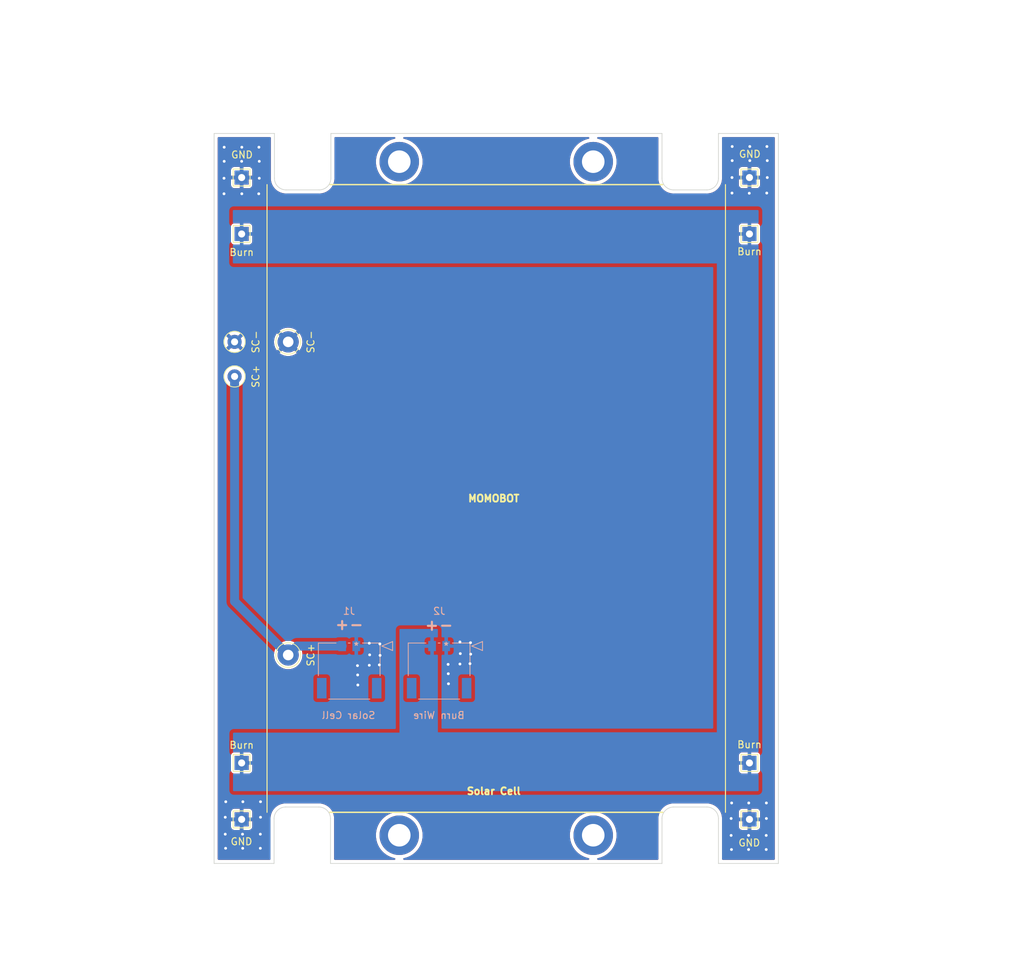
<source format=kicad_pcb>
(kicad_pcb (version 20211014) (generator pcbnew)
  (layers (0 "F.Cu" signal) (31 "B.Cu" signal) (34 "B.Paste" user) (35 "F.Paste" user) (36 "B.SilkS" user "B.Silkscreen") (37 "F.SilkS" user "F.Silkscreen") (38 "B.Mask" user) (39 "F.Mask" user) (44 "Edge.Cuts" user))
  (net 0 "")
  (net 1 "SC+")
  (net 2 "GND")
  (net 3 "BURN")
  (footprint "TestPoint:TestPoint_THTPad_2.0x2.0mm_Drill1.0mm" (layer "F.Cu") (at 148 128)
    (fp_text reference "LowerBurn3")
    (fp_text value "Burn" (at 0 -2.6) (layer "F.SilkS"))
    (fp_line (start 1.2 1.2) (end -1.2 1.2) (layer "F.SilkS") (width 0.12))
    (fp_line (start -1.2 1.2) (end -1.2 -1.2) (layer "F.SilkS") (width 0.12))
    (fp_line (start 1.2 -1.2) (end 1.2 1.2) (layer "F.SilkS") (width 0.12))
    (fp_line (start -1.2 -1.2) (end 1.2 -1.2) (layer "F.SilkS") (width 0.12))
    (pad "1" thru_hole rect (at 0 0) (size 2 2) (drill 1) (layers *.Cu *.Mask) (net 3 "BURN"))
  )
  (footprint "TestPoint:TestPoint_Loop_D1.80mm_Drill1.0mm_Beaded" (layer "F.Cu") (at 75 73.2)
    (fp_text reference "TP1")
    (fp_text value "SC+" (at 3 0 90) (layer "F.SilkS"))
    (fp_circle (center 0 0) (end 1.5 0) (layer "F.SilkS") (width 0.12) (fill none))
    (pad "1" thru_hole circle (at 0 0) (size 2 2) (drill 1) (layers *.Cu *.Mask) (net 1 "SC+"))
  )
  (footprint "MountingHole:MountingHole_3.2mm_M3_DIN965_Pad" (layer "F.Cu") (at 98.35 138.25)
    (fp_text reference "H3")
    (fp_text value "MountingHole")
    (pad "1" thru_hole circle (at 0 0) (size 5.6 5.6) (drill 3.2) (layers *.Cu *.Mask))
  )
  (footprint "TestPoint:TestPoint_THTPad_2.0x2.0mm_Drill1.0mm" (layer "F.Cu") (at 76 136)
    (fp_text reference "LowerBurn2")
    (fp_text value "GND" (at -0.025 3.15) (layer "F.SilkS"))
    (fp_line (start -1.2 -1.2) (end 1.2 -1.2) (layer "F.SilkS") (width 0.12))
    (fp_line (start 1.2 -1.2) (end 1.2 1.2) (layer "F.SilkS") (width 0.12))
    (fp_line (start 1.2 1.2) (end -1.2 1.2) (layer "F.SilkS") (width 0.12))
    (fp_line (start -1.2 1.2) (end -1.2 -1.2) (layer "F.SilkS") (width 0.12))
    (pad "1" thru_hole rect (at 0 0) (size 2 2) (drill 1) (layers *.Cu *.Mask) (net 2 "GND"))
  )
  (footprint "TestPoint:TestPoint_THTPad_D3.0mm_Drill1.5mm" (layer "F.Cu") (at 82.6 112.7)
    (fp_text reference "SC1")
    (fp_text value "SC+" (at 3.2 0 90) (layer "F.SilkS"))
    (fp_circle (center 0 0) (end 0 1.75) (layer "F.SilkS") (width 0.12) (fill none))
    (pad "1" thru_hole circle (at 0 0) (size 3 3) (drill 1.5) (layers *.Cu *.Mask) (net 1 "SC+"))
  )
  (footprint "TestPoint:TestPoint_THTPad_2.0x2.0mm_Drill1.0mm" (layer "F.Cu") (at 148 45)
    (fp_text reference "UpperBurn4")
    (fp_text value "GND" (at 0.05 -3.325) (layer "F.SilkS"))
    (fp_line (start 1.2 1.2) (end -1.2 1.2) (layer "F.SilkS") (width 0.12))
    (fp_line (start -1.2 -1.2) (end 1.2 -1.2) (layer "F.SilkS") (width 0.12))
    (fp_line (start -1.2 1.2) (end -1.2 -1.2) (layer "F.SilkS") (width 0.12))
    (fp_line (start 1.2 -1.2) (end 1.2 1.2) (layer "F.SilkS") (width 0.12))
    (pad "1" thru_hole rect (at 0 0) (size 2 2) (drill 1) (layers *.Cu *.Mask) (net 2 "GND"))
  )
  (footprint "MountingHole:MountingHole_3.2mm_M3_DIN965_Pad" (layer "F.Cu") (at 125.85 138.25)
    (fp_text reference "H4")
    (fp_text value "MountingHole")
    (pad "1" thru_hole circle (at 0 0) (size 5.6 5.6) (drill 3.2) (layers *.Cu *.Mask))
  )
  (footprint "TestPoint:TestPoint_THTPad_2.0x2.0mm_Drill1.0mm" (layer "F.Cu") (at 76 53)
    (fp_text reference "UpperBurn1")
    (fp_text value "Burn" (at 0 2.6) (layer "F.SilkS"))
    (fp_line (start 1.2 1.2) (end -1.2 1.2) (layer "F.SilkS") (width 0.12))
    (fp_line (start -1.2 1.2) (end -1.2 -1.2) (layer "F.SilkS") (width 0.12))
    (fp_line (start 1.2 -1.2) (end 1.2 1.2) (layer "F.SilkS") (width 0.12))
    (fp_line (start -1.2 -1.2) (end 1.2 -1.2) (layer "F.SilkS") (width 0.12))
    (pad "1" thru_hole rect (at 0 0) (size 2 2) (drill 1) (layers *.Cu *.Mask) (net 3 "BURN"))
  )
  (footprint "MountingHole:MountingHole_3.2mm_M3_DIN965_Pad" (layer "F.Cu") (at 125.85 42.75)
    (fp_text reference "H2")
    (fp_text value "MountingHole")
    (pad "1" thru_hole circle (at 0 0) (size 5.6 5.6) (drill 3.2) (layers *.Cu *.Mask))
  )
  (footprint "TestPoint:TestPoint_THTPad_2.0x2.0mm_Drill1.0mm" (layer "F.Cu") (at 76 45)
    (fp_text reference "UpperBurn2")
    (fp_text value "GND" (at 0.05 -3.225) (layer "F.SilkS"))
    (fp_line (start -1.2 1.2) (end -1.2 -1.2) (layer "F.SilkS") (width 0.12))
    (fp_line (start -1.2 -1.2) (end 1.2 -1.2) (layer "F.SilkS") (width 0.12))
    (fp_line (start 1.2 1.2) (end -1.2 1.2) (layer "F.SilkS") (width 0.12))
    (fp_line (start 1.2 -1.2) (end 1.2 1.2) (layer "F.SilkS") (width 0.12))
    (pad "1" thru_hole rect (at 0 0) (size 2 2) (drill 1) (layers *.Cu *.Mask) (net 2 "GND"))
  )
  (footprint "TestPoint:TestPoint_THTPad_2.0x2.0mm_Drill1.0mm" (layer "F.Cu") (at 76 128)
    (fp_text reference "LowerBurn1")
    (fp_text value "Burn" (at 0 -2.525) (layer "F.SilkS"))
    (fp_line (start 1.2 1.2) (end -1.2 1.2) (layer "F.SilkS") (width 0.12))
    (fp_line (start -1.2 -1.2) (end 1.2 -1.2) (layer "F.SilkS") (width 0.12))
    (fp_line (start 1.2 -1.2) (end 1.2 1.2) (layer "F.SilkS") (width 0.12))
    (fp_line (start -1.2 1.2) (end -1.2 -1.2) (layer "F.SilkS") (width 0.12))
    (pad "1" thru_hole rect (at 0 0) (size 2 2) (drill 1) (layers *.Cu *.Mask) (net 3 "BURN"))
  )
  (footprint "TestPoint:TestPoint_Loop_D1.80mm_Drill1.0mm_Beaded" (layer "F.Cu") (at 75 68.3)
    (fp_text reference "TP2")
    (fp_text value "SC-" (at 3 0 90) (layer "F.SilkS"))
    (fp_circle (center 0 0) (end 1.5 0) (layer "F.SilkS") (width 0.12) (fill none))
    (pad "1" thru_hole circle (at 0 0) (size 2 2) (drill 1) (layers *.Cu *.Mask) (net 2 "GND"))
  )
  (footprint "TestPoint:TestPoint_THTPad_D3.0mm_Drill1.5mm" (layer "F.Cu") (at 82.6 68.3)
    (fp_text reference "SC2")
    (fp_text value "SC-" (at 3.2 0 90) (layer "F.SilkS"))
    (fp_circle (center 0 0) (end 0 1.75) (layer "F.SilkS") (width 0.12) (fill none))
    (pad "1" thru_hole circle (at 0 0) (size 3 3) (drill 1.5) (layers *.Cu *.Mask) (net 2 "GND"))
  )
  (footprint "MountingHole:MountingHole_3.2mm_M3_DIN965_Pad" (layer "F.Cu") (at 98.35 42.75)
    (fp_text reference "H1")
    (fp_text value "MountingHole")
    (pad "1" thru_hole circle (at 0 0) (size 5.6 5.6) (drill 3.2) (layers *.Cu *.Mask))
  )
  (footprint "TestPoint:TestPoint_THTPad_2.0x2.0mm_Drill1.0mm" (layer "F.Cu") (at 148 53)
    (fp_text reference "UpperBurn3")
    (fp_text value "Burn" (at 0 2.5) (layer "F.SilkS"))
    (fp_line (start 1.2 1.2) (end -1.2 1.2) (layer "F.SilkS") (width 0.12))
    (fp_line (start 1.2 -1.2) (end 1.2 1.2) (layer "F.SilkS") (width 0.12))
    (fp_line (start -1.2 1.2) (end -1.2 -1.2) (layer "F.SilkS") (width 0.12))
    (fp_line (start -1.2 -1.2) (end 1.2 -1.2) (layer "F.SilkS") (width 0.12))
    (pad "1" thru_hole rect (at 0 0) (size 2 2) (drill 1) (layers *.Cu *.Mask) (net 3 "BURN"))
  )
  (footprint "TestPoint:TestPoint_THTPad_2.0x2.0mm_Drill1.0mm" (layer "F.Cu") (at 148 136)
    (fp_text reference "LowerBurn4")
    (fp_text value "GND" (at -0.025 3.325) (layer "F.SilkS"))
    (fp_line (start -1.2 -1.2) (end 1.2 -1.2) (layer "F.SilkS") (width 0.12))
    (fp_line (start 1.2 -1.2) (end 1.2 1.2) (layer "F.SilkS") (width 0.12))
    (fp_line (start -1.2 1.2) (end -1.2 -1.2) (layer "F.SilkS") (width 0.12))
    (fp_line (start 1.2 1.2) (end -1.2 1.2) (layer "F.SilkS") (width 0.12))
    (pad "1" thru_hole rect (at 0 0) (size 2 2) (drill 1) (layers *.Cu *.Mask) (net 2 "GND"))
  )
  (footprint "Molex_PicoLock_2p_2mm_2053380002:2053380002" (layer "B.Cu") (at 92.2535 111.425001)
    (fp_text reference "J1" (at -1.0285 -4.950001 180) (layer "B.SilkS") (effects (justify mirror)))
    (fp_text value "Solar Cell" (at -1.1035 9.824999 180) (layer "B.SilkS") (effects (justify mirror)))
    (fp_text user "*" (at 0 0 180) (layer "B.SilkS") (effects (justify mirror)))
    (fp_line (start 3.628992 0) (end 5.152992 0.635) (layer "B.SilkS") (width 0.12))
    (fp_line (start -5.374991 4.20496) (end -5.374991 -0.425) (layer "B.SilkS") (width 0.12))
    (fp_line (start -5.374991 -0.425) (end -2.870041 -0.425) (layer "B.SilkS") (width 0.12))
    (fp_line (start 3.374992 -0.425) (end 3.374992 4.20496) (layer "B.SilkS") (width 0.12))
    (fp_line (start 5.152992 0.635) (end 5.152992 -0.635) (layer "B.SilkS") (width 0.12))
    (fp_line (start -1.129961 -0.425) (end -0.87004 -0.425) (layer "B.SilkS") (width 0.12))
    (fp_line (start 5.152992 -0.635) (end 3.628992 0) (layer "B.SilkS") (width 0.12))
    (fp_line (start 0.87004 -0.425) (end 3.374992 -0.425) (layer "B.SilkS") (width 0.12))
    (fp_line (start 1.915982 7.525) (end -3.915981 7.525) (layer "B.SilkS") (width 0.12))
    (pad "1" smd rect (at 0 0) (size 1.1 1.45) (layers "B.Cu" "B.Paste" "B.Mask") (net 2 "GND"))
    (pad "2" smd rect (at -2.000001 0) (size 1.1 1.45) (layers "B.Cu" "B.Paste" "B.Mask") (net 1 "SC+"))
    (pad "3" smd rect (at 2.894998 5.974999) (size 1.35 2.899999) (layers "B.Cu" "B.Paste" "B.Mask"))
    (pad "4" smd rect (at -4.894997 5.974999) (size 1.35 2.899999) (layers "B.Cu" "B.Paste" "B.Mask"))
  )
  (footprint "Molex_PicoLock_2p_2mm_2053380002:2053380002" (layer "B.Cu") (at 105 111.425001)
    (fp_text reference "J2" (at -0.9785 -4.950001 180) (layer "B.SilkS") (effects (justify mirror)))
    (fp_text value "Burn Wire" (at -1.043495 9.824999 180) (layer "B.SilkS") (effects (justify mirror)))
    (fp_text user "*" (at 0 0 180) (layer "B.SilkS") (effects (justify mirror)))
    (fp_line (start 3.374992 -0.425) (end 3.374992 4.20496) (layer "B.SilkS") (width 0.12))
    (fp_line (start -5.374991 -0.425) (end -2.870041 -0.425) (layer "B.SilkS") (width 0.12))
    (fp_line (start -1.129961 -0.425) (end -0.87004 -0.425) (layer "B.SilkS") (width 0.12))
    (fp_line (start 5.152992 0.635) (end 5.152992 -0.635) (layer "B.SilkS") (width 0.12))
    (fp_line (start 3.628992 0) (end 5.152992 0.635) (layer "B.SilkS") (width 0.12))
    (fp_line (start 1.915982 7.525) (end -3.915981 7.525) (layer "B.SilkS") (width 0.12))
    (fp_line (start -5.374991 4.20496) (end -5.374991 -0.425) (layer "B.SilkS") (width 0.12))
    (fp_line (start 0.87004 -0.425) (end 3.374992 -0.425) (layer "B.SilkS") (width 0.12))
    (fp_line (start 5.152992 -0.635) (end 3.628992 0) (layer "B.SilkS") (width 0.12))
    (pad "1" smd rect (at 0 0) (size 1.1 1.45) (layers "B.Cu" "B.Paste" "B.Mask") (net 2 "GND"))
    (pad "2" smd rect (at -2.000001 0) (size 1.1 1.45) (layers "B.Cu" "B.Paste" "B.Mask") (net 3 "BURN"))
    (pad "3" smd rect (at 2.894998 5.974999) (size 1.35 2.899999) (layers "B.Cu" "B.Paste" "B.Mask"))
    (pad "4" smd rect (at -4.894997 5.974999) (size 1.35 2.899999) (layers "B.Cu" "B.Paste" "B.Mask"))
  )
  (gr_line (start 88.5 135) (end 135.7 135) (layer "F.SilkS") (width 0.2))
  (gr_line (start 88.55 46) (end 135.7 46) (layer "F.SilkS") (width 0.2))
  (gr_line (start 144.6 46) (end 144.6 135) (layer "F.SilkS") (width 0.15))
  (gr_line (start 79.6 46) (end 79.6 135) (layer "F.SilkS") (width 0.15))
  (gr_line (start 143.6 38.75) (end 152.1 38.75) (layer "Edge.Cuts") (width 0.1))
  (gr_line (start 135.6 142.25) (end 88.6 142.25) (layer "Edge.Cuts") (width 0.1))
  (gr_line (start 152.1 38.75) (end 152.1 142.25) (layer "Edge.Cuts") (width 0.1))
  (gr_line (start 135.6 142.25) (end 135.6 135.9) (layer "Edge.Cuts") (width 0.1))
  (gr_arc (start 88.65 45.1) (mid 88.166726 46.266726) (end 87 46.75) (layer "Edge.Cuts") (width 0.1))
  (gr_line (start 80.6 142.25) (end 72.1 142.25) (layer "Edge.Cuts") (width 0.1))
  (gr_line (start 143.6 142.25) (end 152.1 142.25) (layer "Edge.Cuts") (width 0.1))
  (gr_arc (start 143.6 45.1) (mid 143.116726 46.266726) (end 141.95 46.75) (layer "Edge.Cuts") (width 0.1))
  (gr_arc (start 135.6 135.9) (mid 136.083274 134.733274) (end 137.25 134.25) (layer "Edge.Cuts") (width 0.1))
  (gr_line (start 141.95 134.25) (end 137.25 134.25) (layer "Edge.Cuts") (width 0.1))
  (gr_line (start 88.6 135.9) (end 88.6 142.25) (layer "Edge.Cuts") (width 0.1))
  (gr_arc (start 141.95 134.25) (mid 143.116726 134.733274) (end 143.6 135.9) (layer "Edge.Cuts") (width 0.1))
  (gr_line (start 135.6 45.1) (end 135.6 38.75) (layer "Edge.Cuts") (width 0.1))
  (gr_line (start 82.3 46.75) (end 87 46.75) (layer "Edge.Cuts") (width 0.1))
  (gr_arc (start 86.95 134.25) (mid 88.116726 134.733274) (end 88.6 135.9) (layer "Edge.Cuts") (width 0.1))
  (gr_line (start 86.95 134.25) (end 82.25 134.25) (layer "Edge.Cuts") (width 0.1))
  (gr_line (start 143.6 38.75) (end 143.6 45.1) (layer "Edge.Cuts") (width 0.1))
  (gr_arc (start 137.25 46.75) (mid 136.083274 46.266726) (end 135.6 45.1) (layer "Edge.Cuts") (width 0.1))
  (gr_line (start 88.65 38.75) (end 135.6 38.75) (layer "Edge.Cuts") (width 0.1))
  (gr_line (start 80.65 45.1) (end 80.65 38.75) (layer "Edge.Cuts") (width 0.1))
  (gr_arc (start 82.3 46.75) (mid 81.133274 46.266726) (end 80.65 45.1) (layer "Edge.Cuts") (width 0.1))
  (gr_line (start 143.6 135.9) (end 143.6 142.25) (layer "Edge.Cuts") (width 0.1))
  (gr_line (start 80.65 38.75) (end 72.1 38.75) (layer "Edge.Cuts") (width 0.1))
  (gr_line (start 72.1 142.25) (end 72.1 38.75) (layer "Edge.Cuts") (width 0.1))
  (gr_arc (start 80.6 135.9) (mid 81.083274 134.733274) (end 82.25 134.25) (layer "Edge.Cuts") (width 0.1))
  (gr_line (start 88.65 38.75) (end 88.65 45.1) (layer "Edge.Cuts") (width 0.1))
  (gr_line (start 80.6 142.25) (end 80.6 135.9) (layer "Edge.Cuts") (width 0.1))
  (gr_line (start 137.25 46.75) (end 141.95 46.75) (layer "Edge.Cuts") (width 0.1))
  (gr_text "+" (at 102.975 108.45) (layer "B.SilkS") (effects (font (size 1.5 1.5) (thickness 0.3)) (justify mirror)))
  (gr_text "-" (at 105 108.65 -180) (layer "B.SilkS") (effects (font (size 1.5 1.5) (thickness 0.3)) (justify mirror)))
  (gr_text "-" (at 92.275 108.575 -180) (layer "B.SilkS") (effects (font (size 1.5 1.5) (thickness 0.3)) (justify mirror)))
  (gr_text "+" (at 90.25 108.35) (layer "B.SilkS") (effects (font (size 1.5 1.5) (thickness 0.3)) (justify mirror)))
  (gr_text "MOMOBOT" (at 111.75 90.5) (layer "F.SilkS") (effects (font (size 1 1) (thickness 0.25))))
  (gr_text "Solar Cell" (at 111.75 132) (layer "F.SilkS") (effects (font (size 1 1) (thickness 0.25))))
  (segment (start 83.874999 111.425001) (end 82.6 112.7) (width 1.27) (layer "B.Cu") (net 1))
  (segment (start 75 105.1) (end 82.6 112.7) (width 1.27) (layer "B.Cu") (net 1))
  (segment (start 75 73.2) (end 75 105.1) (width 1.27) (layer "B.Cu") (net 1))
  (segment (start 90.253499 111.425001) (end 83.874999 111.425001) (width 1.27) (layer "B.Cu") (net 1))
  (via (at 78.65 140.1) (size 0.8) (drill 0.4) (layers "F.Cu" "B.Cu") (net 2))
  (via (at 78.425 47.3) (size 0.8) (drill 0.4) (layers "F.Cu" "B.Cu") (net 2))
  (via (at 147.875 140.275) (size 0.8) (drill 0.4) (layers "F.Cu" "B.Cu") (net 2))
  (via (at 145.525 47.2) (size 0.8) (drill 0.4) (layers "F.Cu" "B.Cu") (net 2))
  (via (at 73.725 140.1) (size 0.8) (drill 0.4) (layers "F.Cu" "B.Cu") (net 2))
  (via (at 145.55 42.6) (size 0.8) (drill 0.4) (layers "F.Cu" "B.Cu") (net 2))
  (via (at 147.875 138.275) (size 0.8) (drill 0.4) (layers "F.Cu" "B.Cu") (net 2))
  (via (at 145.475 133.675) (size 0.8) (drill 0.4) (layers "F.Cu" "B.Cu") (net 2))
  (via (at 73.525 42.7) (size 0.8) (drill 0.4) (layers "F.Cu" "B.Cu") (net 2))
  (via (at 150.4 135.875) (size 0.8) (drill 0.4) (layers "F.Cu" "B.Cu") (net 2))
  (via (at 76 42.7) (size 0.8) (drill 0.4) (layers "F.Cu" "B.Cu") (net 2))
  (via (at 95.6 111.125) (size 0.8) (drill 0.4) (layers "F.Cu" "B.Cu") (net 2))
  (via (at 73.5 47.3) (size 0.8) (drill 0.4) (layers "F.Cu" "B.Cu") (net 2))
  (via (at 73.675 138.1) (size 0.8) (drill 0.4) (layers "F.Cu" "B.Cu") (net 2))
  (via (at 94.1 111.025) (size 0.8) (drill 0.4) (layers "F.Cu" "B.Cu") (net 2))
  (via (at 76.125 138.1) (size 0.8) (drill 0.4) (layers "F.Cu" "B.Cu") (net 2))
  (via (at 78.65 138.1) (size 0.8) (drill 0.4) (layers "F.Cu" "B.Cu") (net 2))
  (via (at 106.95 110.85) (size 0.8) (drill 0.4) (layers "F.Cu" "B.Cu") (net 2))
  (via (at 78.45 40.7) (size 0.8) (drill 0.4) (layers "F.Cu" "B.Cu") (net 2))
  (via (at 145.55 40.6) (size 0.8) (drill 0.4) (layers "F.Cu" "B.Cu") (net 2))
  (via (at 73.75 133.5) (size 0.8) (drill 0.4) (layers "F.Cu" "B.Cu") (net 2))
  (via (at 150.375 140.275) (size 0.8) (drill 0.4) (layers "F.Cu" "B.Cu") (net 2))
  (via (at 107 112.5) (size 0.8) (drill 0.4) (layers "F.Cu" "B.Cu") (net 2))
  (via (at 78.675 133.5) (size 0.8) (drill 0.4) (layers "F.Cu" "B.Cu") (net 2))
  (via (at 78.5 45.1) (size 0.8) (drill 0.4) (layers "F.Cu" "B.Cu") (net 2))
  (via (at 94.1 114.15) (size 0.8) (drill 0.4) (layers "F.Cu" "B.Cu") (net 2))
  (via (at 106.95 113.975) (size 0.8) (drill 0.4) (layers "F.Cu" "B.Cu") (net 2))
  (via (at 73.525 40.7) (size 0.8) (drill 0.4) (layers "F.Cu" "B.Cu") (net 2))
  (via (at 150.475 40.6) (size 0.8) (drill 0.4) (layers "F.Cu" "B.Cu") (net 2))
  (via (at 108.375 113.925) (size 0.8) (drill 0.4) (layers "F.Cu" "B.Cu") (net 2))
  (via (at 150.4 133.675) (size 0.8) (drill 0.4) (layers "F.Cu" "B.Cu") (net 2))
  (via (at 108.475 112.575) (size 0.8) (drill 0.4) (layers "F.Cu" "B.Cu") (net 2))
  (via (at 150.375 138.275) (size 0.8) (drill 0.4) (layers "F.Cu" "B.Cu") (net 2))
  (via (at 76.025 40.7) (size 0.8) (drill 0.4) (layers "F.Cu" "B.Cu") (net 2))
  (via (at 147.9 133.675) (size 0.8) (drill 0.4) (layers "F.Cu" "B.Cu") (net 2))
  (via (at 94.15 112.675) (size 0.8) (drill 0.4) (layers "F.Cu" "B.Cu") (net 2))
  (via (at 150.525 45) (size 0.8) (drill 0.4) (layers "F.Cu" "B.Cu") (net 2))
  (via (at 78.5 42.7) (size 0.8) (drill 0.4) (layers "F.Cu" "B.Cu") (net 2))
  (via (at 76.025 47.3) (size 0.8) (drill 0.4) (layers "F.Cu" "B.Cu") (net 2))
  (via (at 145.525 45) (size 0.8) (drill 0.4) (layers "F.Cu" "B.Cu") (net 2))
  (via (at 150.525 42.6) (size 0.8) (drill 0.4) (layers "F.Cu" "B.Cu") (net 2))
  (via (at 145.45 140.275) (size 0.8) (drill 0.4) (layers "F.Cu" "B.Cu") (net 2))
  (via (at 145.4 138.275) (size 0.8) (drill 0.4) (layers "F.Cu" "B.Cu") (net 2))
  (via (at 76.15 140.1) (size 0.8) (drill 0.4) (layers "F.Cu" "B.Cu") (net 2))
  (via (at 78.675 135.7) (size 0.8) (drill 0.4) (layers "F.Cu" "B.Cu") (net 2))
  (via (at 73.675 135.7) (size 0.8) (drill 0.4) (layers "F.Cu" "B.Cu") (net 2))
  (via (at 92.475 116.95) (size 0.8) (drill 0.4) (layers "F.Cu" "B.Cu") (net 2))
  (via (at 148.05 40.6) (size 0.8) (drill 0.4) (layers "F.Cu" "B.Cu") (net 2))
  (via (at 145.4 135.875) (size 0.8) (drill 0.4) (layers "F.Cu" "B.Cu") (net 2))
  (via (at 73.5 45.1) (size 0.8) (drill 0.4) (layers "F.Cu" "B.Cu") (net 2))
  (via (at 95.525 114.1) (size 0.8) (drill 0.4) (layers "F.Cu" "B.Cu") (net 2))
  (via (at 148.05 42.6) (size 0.8) (drill 0.4) (layers "F.Cu" "B.Cu") (net 2))
  (via (at 92.45 115.525) (size 0.8) (drill 0.4) (layers "F.Cu" "B.Cu") (net 2))
  (via (at 105.325 116.775) (size 0.8) (drill 0.4) (layers "F.Cu" "B.Cu") (net 2))
  (via (at 150.45 47.2) (size 0.8) (drill 0.4) (layers "F.Cu" "B.Cu") (net 2))
  (via (at 108.45 110.95) (size 0.8) (drill 0.4) (layers "F.Cu" "B.Cu") (net 2))
  (via (at 105.3 115.35) (size 0.8) (drill 0.4) (layers "F.Cu" "B.Cu") (net 2))
  (via (at 92.425 114.2) (size 0.8) (drill 0.4) (layers "F.Cu" "B.Cu") (net 2))
  (via (at 95.625 112.75) (size 0.8) (drill 0.4) (layers "F.Cu" "B.Cu") (net 2))
  (via (at 76.175 133.5) (size 0.8) (drill 0.4) (layers "F.Cu" "B.Cu") (net 2))
  (via (at 147.975 47.225) (size 0.8) (drill 0.4) (layers "F.Cu" "B.Cu") (net 2))
  (via (at 105.275 114.025) (size 0.8) (drill 0.4) (layers "F.Cu" "B.Cu") (net 2))
  (zone (net 2) (net_name "GND") (layer "F.Cu") (connect_pads (clearance 0.508)) (min_thickness 0.254) (fill yes (thermal_gap 0.508) (thermal_bridge_width 0.508))
    (polygon (pts (xy 154.799302 144.375328) (xy 69.701357 144.387619) (xy 69.927809 36.287369) (xy 154.800754 36.275078)))
  )
  (zone (net 2) (net_name "GND") (layer "B.Cu") (connect_pads (clearance 0.508)) (min_thickness 0.254) (fill yes (thermal_gap 0.508) (thermal_bridge_width 0.508))
    (polygon (pts (xy 156 144.5) (xy 68.75 144.5) (xy 68.75 36) (xy 156 36)))
  )
  (zone (net 3) (net_name "BURN") (layer "B.Cu") (priority 6) (connect_pads (clearance 0.508)) (min_thickness 0.254) (fill yes (thermal_gap 0.508) (thermal_bridge_width 0.508))
    (polygon (pts (xy 149.3 132) (xy 74.775 132) (xy 74.775 123.7) (xy 98.375 123.7) (xy 98.375 109) (xy 103.825 109) (xy 103.825 123.65) (xy 143.375 123.65) (xy 143.375 57.175) (xy 74.75 57.175) (xy 74.75 49.6) (xy 149.3 49.6)))
  )
)
</source>
